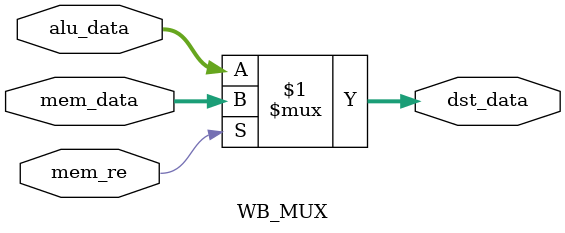
<source format=v>
/* MEM state
  Output
  dst_data -the data that is going to be written back to register file.
  LabelSelOut -asserted by LabelJumpLogic, and will be passed back to IF stage.

  Input
  weIn - the register file write enable passed down from ID stage; significant to WB_MUX & LabelJumplogic.
  mem_reIn/mem_weIn  - memory read & write enables passed down from ID stage
  labelSelIn  - passed down from ID stage; used to distinguish branch & jal instructions.
  brTypeIn  -signal passed down from ID stage; used to determine branch type.
  dst_dataIn   -address port of memory
  mem_dataIn   -data that is writing into memory

  Module
  WB_MUX -wire select of dst_data based on which instruction type it is among 1.lw 2.jal 3.others.
  LabelJumpLogic -based on signals weIn & labelSelIn & brTypeIn signals, the module distinguish between branch & jal instructions, and whether to branch or not; it asserts LabelSelOut signal.
*/


module MEM(dst_data,
		  /* input */
		dst_dataIn, mem_reIn, mem_dataIn, mem_rd_data);
	output [15:0] dst_data;
	input mem_reIn;
	input [15:0] dst_dataIn, mem_dataIn, mem_rd_data;

	wire [15:0] mem_data;
	WB_MUX wbMux(dst_data, mem_rd_data, dst_dataIn, mem_reIn);
endmodule

module WB_MUX(dst_data, mem_data, alu_data, mem_re);

	output [15:0] dst_data;
	input [15:0] alu_data, mem_data;
	input mem_re;

	assign dst_data = mem_re ? mem_data : alu_data;

endmodule
</source>
